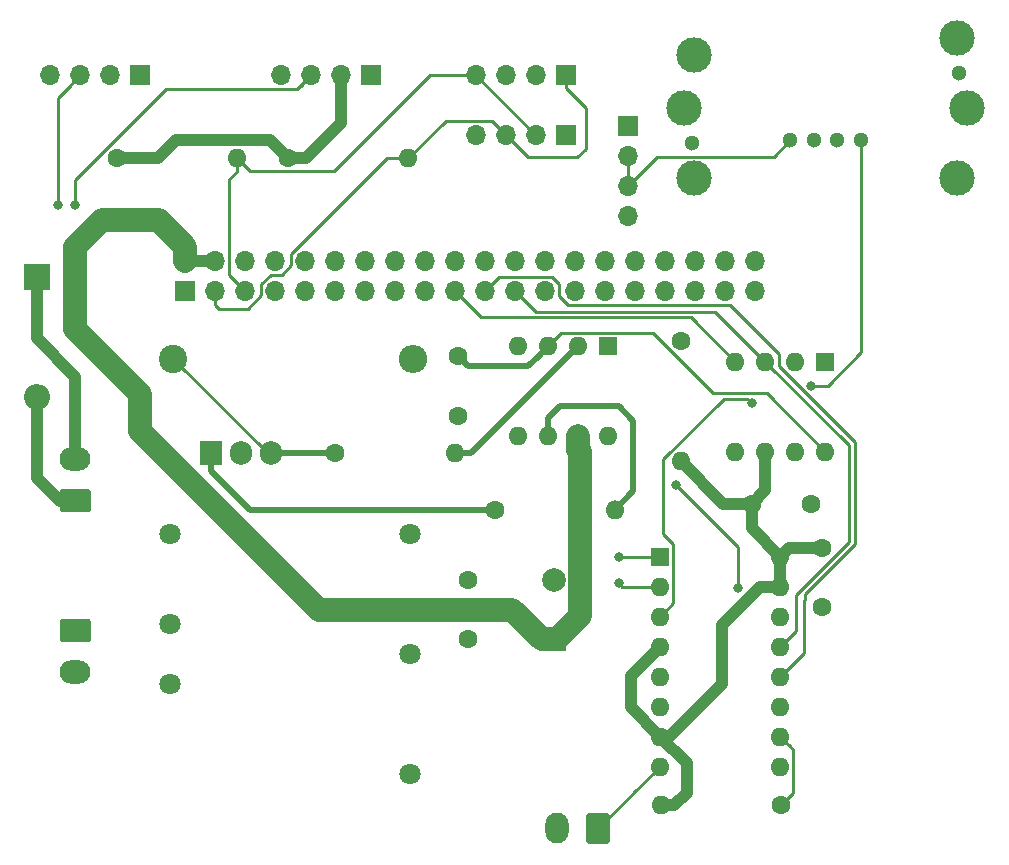
<source format=gbr>
G04 #@! TF.GenerationSoftware,KiCad,Pcbnew,(5.1.5-0-10_14)*
G04 #@! TF.CreationDate,2020-04-23T09:13:14+01:00*
G04 #@! TF.ProjectId,healthkeeper,6865616c-7468-46b6-9565-7065722e6b69,rev?*
G04 #@! TF.SameCoordinates,Original*
G04 #@! TF.FileFunction,Copper,L1,Top*
G04 #@! TF.FilePolarity,Positive*
%FSLAX46Y46*%
G04 Gerber Fmt 4.6, Leading zero omitted, Abs format (unit mm)*
G04 Created by KiCad (PCBNEW (5.1.5-0-10_14)) date 2020-04-23 09:13:14*
%MOMM*%
%LPD*%
G04 APERTURE LIST*
%ADD10O,1.700000X1.700000*%
%ADD11R,1.700000X1.700000*%
%ADD12O,1.600000X1.600000*%
%ADD13R,1.600000X1.600000*%
%ADD14C,3.000000*%
%ADD15C,1.300000*%
%ADD16C,1.800000*%
%ADD17C,1.600000*%
%ADD18O,2.400000X2.400000*%
%ADD19C,2.400000*%
%ADD20O,1.905000X2.000000*%
%ADD21R,1.905000X2.000000*%
%ADD22O,2.000000X2.600000*%
%ADD23C,0.100000*%
%ADD24O,2.600000X2.000000*%
%ADD25O,2.200000X2.200000*%
%ADD26R,2.200000X2.200000*%
%ADD27C,2.000000*%
%ADD28R,2.000000X2.000000*%
%ADD29C,0.800000*%
%ADD30C,1.000000*%
%ADD31C,2.000000*%
%ADD32C,0.250000*%
%ADD33C,0.500000*%
G04 APERTURE END LIST*
D10*
X117365859Y-74202587D03*
X114825859Y-76742587D03*
X130065859Y-76742587D03*
X130065859Y-74202587D03*
X114825859Y-74202587D03*
X117365859Y-76742587D03*
X112285859Y-74202587D03*
D11*
X112285859Y-76742587D03*
D10*
X140225859Y-76742587D03*
X140225859Y-74202587D03*
X124985859Y-76742587D03*
X124985859Y-74202587D03*
X145305859Y-76742587D03*
X145305859Y-74202587D03*
X127525859Y-76742587D03*
X127525859Y-74202587D03*
X122445859Y-76742587D03*
X122445859Y-74202587D03*
X135145859Y-76742587D03*
X135145859Y-74202587D03*
X158005859Y-76742587D03*
X158005859Y-74202587D03*
X152925859Y-76742587D03*
X152925859Y-74202587D03*
X155465859Y-76742587D03*
X155465859Y-74202587D03*
X132605859Y-76742587D03*
X132605859Y-74202587D03*
X150385859Y-76742587D03*
X150385859Y-74202587D03*
X119905859Y-76742587D03*
X119905859Y-74202587D03*
X147845859Y-76742587D03*
X147845859Y-74202587D03*
X137685859Y-76742587D03*
X137685859Y-74202587D03*
X142765859Y-76742587D03*
X142765859Y-74202587D03*
X160545859Y-76742587D03*
X160545859Y-74202587D03*
X136920000Y-58500000D03*
X139460000Y-58500000D03*
X142000000Y-58500000D03*
D11*
X144540000Y-58500000D03*
D10*
X100880000Y-58500000D03*
X103420000Y-58500000D03*
X105960000Y-58500000D03*
D11*
X108500000Y-58500000D03*
D10*
X136880000Y-63500000D03*
X139420000Y-63500000D03*
X141960000Y-63500000D03*
D11*
X144500000Y-63500000D03*
D12*
X162660000Y-99250000D03*
X152500000Y-117030000D03*
X162660000Y-101790000D03*
X152500000Y-114490000D03*
X162660000Y-104330000D03*
X152500000Y-111950000D03*
X162660000Y-106870000D03*
X152500000Y-109410000D03*
X162660000Y-109410000D03*
X152500000Y-106870000D03*
X162660000Y-111950000D03*
X152500000Y-104330000D03*
X162660000Y-114490000D03*
X152500000Y-101790000D03*
X162660000Y-117030000D03*
D13*
X152500000Y-99250000D03*
D14*
X178500000Y-61250000D03*
X154500000Y-61250000D03*
X177600000Y-55300000D03*
X155400000Y-56800000D03*
X177600000Y-67200000D03*
X155400000Y-67200000D03*
D15*
X177800000Y-58250000D03*
X155200000Y-64250000D03*
X169500000Y-64000000D03*
X167500000Y-64000000D03*
X165500000Y-64000000D03*
X163500000Y-64000000D03*
D10*
X120380000Y-58500000D03*
X122920000Y-58500000D03*
X125460000Y-58500000D03*
D11*
X128000000Y-58500000D03*
D16*
X111000000Y-97305500D03*
X131320000Y-97305500D03*
X131320000Y-107465500D03*
X131320000Y-117625500D03*
X111000000Y-104925500D03*
X111000000Y-110005500D03*
D12*
X148094700Y-89039700D03*
X140474700Y-81419700D03*
X145554700Y-89039700D03*
X143014700Y-81419700D03*
X143014700Y-89039700D03*
X145554700Y-81419700D03*
X140474700Y-89039700D03*
D13*
X148094700Y-81419700D03*
D12*
X166500000Y-90370000D03*
X158880000Y-82750000D03*
X163960000Y-90370000D03*
X161420000Y-82750000D03*
X161420000Y-90370000D03*
X163960000Y-82750000D03*
X158880000Y-90370000D03*
D13*
X166500000Y-82750000D03*
D12*
X152590000Y-120250000D03*
D17*
X162750000Y-120250000D03*
D12*
X116660000Y-65500000D03*
D17*
X106500000Y-65500000D03*
D12*
X131160000Y-65500000D03*
D17*
X121000000Y-65500000D03*
D12*
X154250000Y-91160000D03*
D17*
X154250000Y-81000000D03*
D18*
X131594860Y-82500000D03*
D19*
X111274860Y-82500000D03*
D12*
X135160000Y-90500000D03*
D17*
X125000000Y-90500000D03*
D12*
X148660000Y-95250000D03*
D17*
X138500000Y-95250000D03*
D20*
X119580000Y-90500000D03*
X117040000Y-90500000D03*
D21*
X114500000Y-90500000D03*
D10*
X149750000Y-70370000D03*
X149750000Y-67830000D03*
X149750000Y-65290000D03*
D11*
X149750000Y-62750000D03*
D22*
X143750000Y-122250000D03*
G04 #@! TA.AperFunction,ComponentPad*
D23*
G36*
X148024504Y-120951204D02*
G01*
X148048773Y-120954804D01*
X148072571Y-120960765D01*
X148095671Y-120969030D01*
X148117849Y-120979520D01*
X148138893Y-120992133D01*
X148158598Y-121006747D01*
X148176777Y-121023223D01*
X148193253Y-121041402D01*
X148207867Y-121061107D01*
X148220480Y-121082151D01*
X148230970Y-121104329D01*
X148239235Y-121127429D01*
X148245196Y-121151227D01*
X148248796Y-121175496D01*
X148250000Y-121200000D01*
X148250000Y-123300000D01*
X148248796Y-123324504D01*
X148245196Y-123348773D01*
X148239235Y-123372571D01*
X148230970Y-123395671D01*
X148220480Y-123417849D01*
X148207867Y-123438893D01*
X148193253Y-123458598D01*
X148176777Y-123476777D01*
X148158598Y-123493253D01*
X148138893Y-123507867D01*
X148117849Y-123520480D01*
X148095671Y-123530970D01*
X148072571Y-123539235D01*
X148048773Y-123545196D01*
X148024504Y-123548796D01*
X148000000Y-123550000D01*
X146500000Y-123550000D01*
X146475496Y-123548796D01*
X146451227Y-123545196D01*
X146427429Y-123539235D01*
X146404329Y-123530970D01*
X146382151Y-123520480D01*
X146361107Y-123507867D01*
X146341402Y-123493253D01*
X146323223Y-123476777D01*
X146306747Y-123458598D01*
X146292133Y-123438893D01*
X146279520Y-123417849D01*
X146269030Y-123395671D01*
X146260765Y-123372571D01*
X146254804Y-123348773D01*
X146251204Y-123324504D01*
X146250000Y-123300000D01*
X146250000Y-121200000D01*
X146251204Y-121175496D01*
X146254804Y-121151227D01*
X146260765Y-121127429D01*
X146269030Y-121104329D01*
X146279520Y-121082151D01*
X146292133Y-121061107D01*
X146306747Y-121041402D01*
X146323223Y-121023223D01*
X146341402Y-121006747D01*
X146361107Y-120992133D01*
X146382151Y-120979520D01*
X146404329Y-120969030D01*
X146427429Y-120960765D01*
X146451227Y-120954804D01*
X146475496Y-120951204D01*
X146500000Y-120950000D01*
X148000000Y-120950000D01*
X148024504Y-120951204D01*
G37*
G04 #@! TD.AperFunction*
D24*
X103000000Y-91000000D03*
G04 #@! TA.AperFunction,ComponentPad*
D23*
G36*
X104074504Y-93501204D02*
G01*
X104098773Y-93504804D01*
X104122571Y-93510765D01*
X104145671Y-93519030D01*
X104167849Y-93529520D01*
X104188893Y-93542133D01*
X104208598Y-93556747D01*
X104226777Y-93573223D01*
X104243253Y-93591402D01*
X104257867Y-93611107D01*
X104270480Y-93632151D01*
X104280970Y-93654329D01*
X104289235Y-93677429D01*
X104295196Y-93701227D01*
X104298796Y-93725496D01*
X104300000Y-93750000D01*
X104300000Y-95250000D01*
X104298796Y-95274504D01*
X104295196Y-95298773D01*
X104289235Y-95322571D01*
X104280970Y-95345671D01*
X104270480Y-95367849D01*
X104257867Y-95388893D01*
X104243253Y-95408598D01*
X104226777Y-95426777D01*
X104208598Y-95443253D01*
X104188893Y-95457867D01*
X104167849Y-95470480D01*
X104145671Y-95480970D01*
X104122571Y-95489235D01*
X104098773Y-95495196D01*
X104074504Y-95498796D01*
X104050000Y-95500000D01*
X101950000Y-95500000D01*
X101925496Y-95498796D01*
X101901227Y-95495196D01*
X101877429Y-95489235D01*
X101854329Y-95480970D01*
X101832151Y-95470480D01*
X101811107Y-95457867D01*
X101791402Y-95443253D01*
X101773223Y-95426777D01*
X101756747Y-95408598D01*
X101742133Y-95388893D01*
X101729520Y-95367849D01*
X101719030Y-95345671D01*
X101710765Y-95322571D01*
X101704804Y-95298773D01*
X101701204Y-95274504D01*
X101700000Y-95250000D01*
X101700000Y-93750000D01*
X101701204Y-93725496D01*
X101704804Y-93701227D01*
X101710765Y-93677429D01*
X101719030Y-93654329D01*
X101729520Y-93632151D01*
X101742133Y-93611107D01*
X101756747Y-93591402D01*
X101773223Y-93573223D01*
X101791402Y-93556747D01*
X101811107Y-93542133D01*
X101832151Y-93529520D01*
X101854329Y-93519030D01*
X101877429Y-93510765D01*
X101901227Y-93504804D01*
X101925496Y-93501204D01*
X101950000Y-93500000D01*
X104050000Y-93500000D01*
X104074504Y-93501204D01*
G37*
G04 #@! TD.AperFunction*
D24*
X103000000Y-109000000D03*
G04 #@! TA.AperFunction,ComponentPad*
D23*
G36*
X104074504Y-104501204D02*
G01*
X104098773Y-104504804D01*
X104122571Y-104510765D01*
X104145671Y-104519030D01*
X104167849Y-104529520D01*
X104188893Y-104542133D01*
X104208598Y-104556747D01*
X104226777Y-104573223D01*
X104243253Y-104591402D01*
X104257867Y-104611107D01*
X104270480Y-104632151D01*
X104280970Y-104654329D01*
X104289235Y-104677429D01*
X104295196Y-104701227D01*
X104298796Y-104725496D01*
X104300000Y-104750000D01*
X104300000Y-106250000D01*
X104298796Y-106274504D01*
X104295196Y-106298773D01*
X104289235Y-106322571D01*
X104280970Y-106345671D01*
X104270480Y-106367849D01*
X104257867Y-106388893D01*
X104243253Y-106408598D01*
X104226777Y-106426777D01*
X104208598Y-106443253D01*
X104188893Y-106457867D01*
X104167849Y-106470480D01*
X104145671Y-106480970D01*
X104122571Y-106489235D01*
X104098773Y-106495196D01*
X104074504Y-106498796D01*
X104050000Y-106500000D01*
X101950000Y-106500000D01*
X101925496Y-106498796D01*
X101901227Y-106495196D01*
X101877429Y-106489235D01*
X101854329Y-106480970D01*
X101832151Y-106470480D01*
X101811107Y-106457867D01*
X101791402Y-106443253D01*
X101773223Y-106426777D01*
X101756747Y-106408598D01*
X101742133Y-106388893D01*
X101729520Y-106367849D01*
X101719030Y-106345671D01*
X101710765Y-106322571D01*
X101704804Y-106298773D01*
X101701204Y-106274504D01*
X101700000Y-106250000D01*
X101700000Y-104750000D01*
X101701204Y-104725496D01*
X101704804Y-104701227D01*
X101710765Y-104677429D01*
X101719030Y-104654329D01*
X101729520Y-104632151D01*
X101742133Y-104611107D01*
X101756747Y-104591402D01*
X101773223Y-104573223D01*
X101791402Y-104556747D01*
X101811107Y-104542133D01*
X101832151Y-104529520D01*
X101854329Y-104519030D01*
X101877429Y-104510765D01*
X101901227Y-104504804D01*
X101925496Y-104501204D01*
X101950000Y-104500000D01*
X104050000Y-104500000D01*
X104074504Y-104501204D01*
G37*
G04 #@! TD.AperFunction*
D25*
X99750000Y-85750000D03*
D26*
X99750000Y-75590000D03*
D17*
X165250000Y-94750000D03*
X160250000Y-94750000D03*
X166250000Y-103500000D03*
X166250000Y-98500000D03*
X135399780Y-87290920D03*
X135399780Y-82290920D03*
X136250000Y-106250000D03*
X136250000Y-101250000D03*
D27*
X143500000Y-101250000D03*
D28*
X143500000Y-106250000D03*
D29*
X159124999Y-101875001D03*
X153860001Y-93139999D03*
X165250000Y-84750000D03*
X160250000Y-86250000D03*
X149000000Y-101500000D03*
X101500000Y-69500000D03*
X149000000Y-99250000D03*
X103000000Y-69500000D03*
D30*
X112285859Y-74202587D02*
X114825859Y-74202587D01*
D31*
X143500000Y-106250000D02*
X143750000Y-106250000D01*
X145700001Y-90316371D02*
X145554700Y-90171070D01*
X145554700Y-90171070D02*
X145554700Y-89039700D01*
X145700001Y-104299999D02*
X145700001Y-90316371D01*
X143750000Y-106250000D02*
X145700001Y-104299999D01*
X143500000Y-106250000D02*
X142500000Y-106250000D01*
X112285859Y-74202587D02*
X112285859Y-73000506D01*
X110035353Y-70750000D02*
X105250000Y-70750000D01*
X103000000Y-80000000D02*
X108500000Y-85500000D01*
X112285859Y-73000506D02*
X110035353Y-70750000D01*
X103000000Y-73000000D02*
X103000000Y-80000000D01*
X140000000Y-103750000D02*
X123637498Y-103750000D01*
X142500000Y-106250000D02*
X140000000Y-103750000D01*
X108500000Y-85500000D02*
X108500000Y-88612502D01*
X108500000Y-88612502D02*
X123637498Y-103750000D01*
X105250000Y-70750000D02*
X103000000Y-73000000D01*
D32*
X161529991Y-85399991D02*
X166500000Y-90370000D01*
X156984989Y-85399991D02*
X161529991Y-85399991D01*
X151879697Y-80294699D02*
X156984989Y-85399991D01*
X144139701Y-80294699D02*
X151879697Y-80294699D01*
X143014700Y-81419700D02*
X144139701Y-80294699D01*
D33*
X142214701Y-82219699D02*
X143014700Y-81419700D01*
X141343481Y-83090919D02*
X142214701Y-82219699D01*
X136199779Y-83090919D02*
X141343481Y-83090919D01*
X135399780Y-82290920D02*
X136199779Y-83090919D01*
D30*
X106500000Y-65500000D02*
X110000000Y-65500000D01*
X119499999Y-63999999D02*
X121000000Y-65500000D01*
X111500001Y-63999999D02*
X119499999Y-63999999D01*
X110000000Y-65500000D02*
X111500001Y-63999999D01*
X121000000Y-65500000D02*
X122500000Y-65500000D01*
X122500000Y-65500000D02*
X125500000Y-62500000D01*
X125460000Y-62460000D02*
X125460000Y-58500000D01*
X125500000Y-62500000D02*
X125460000Y-62460000D01*
X161420000Y-93580000D02*
X160250000Y-94750000D01*
X161420000Y-90370000D02*
X161420000Y-93580000D01*
X157840000Y-94750000D02*
X154250000Y-91160000D01*
X160250000Y-94750000D02*
X157840000Y-94750000D01*
X160250000Y-96840000D02*
X162660000Y-99250000D01*
X160250000Y-94750000D02*
X160250000Y-96840000D01*
X163410000Y-98500000D02*
X162660000Y-99250000D01*
X166250000Y-98500000D02*
X163410000Y-98500000D01*
X162660000Y-99250000D02*
X162660000Y-101790000D01*
X153260000Y-114490000D02*
X152500000Y-114490000D01*
X157750000Y-110000000D02*
X153260000Y-114490000D01*
X157750000Y-105000000D02*
X157750000Y-110000000D01*
X160960000Y-101790000D02*
X157750000Y-105000000D01*
X162660000Y-101790000D02*
X160960000Y-101790000D01*
X152500000Y-106870000D02*
X150000000Y-109370000D01*
X150000000Y-111990000D02*
X152500000Y-114490000D01*
X150000000Y-109370000D02*
X150000000Y-111990000D01*
X153721370Y-120250000D02*
X154750000Y-119221370D01*
X152590000Y-120250000D02*
X153721370Y-120250000D01*
X154750000Y-119221370D02*
X154750000Y-116740000D01*
X154750000Y-116740000D02*
X152500000Y-114490000D01*
X101700000Y-94500000D02*
X103000000Y-94500000D01*
X99750000Y-92550000D02*
X101700000Y-94500000D01*
X99750000Y-85750000D02*
X99750000Y-92550000D01*
X103000000Y-91000000D02*
X103000000Y-84000000D01*
X99750000Y-80750000D02*
X99750000Y-75590000D01*
X103000000Y-84000000D02*
X99750000Y-80750000D01*
D32*
X144540000Y-59600000D02*
X146190000Y-61250000D01*
X144540000Y-58500000D02*
X144540000Y-59600000D01*
X146190000Y-61250000D02*
X146190000Y-64690000D01*
X146190000Y-64690000D02*
X145500000Y-65380000D01*
X141300000Y-65380000D02*
X139420000Y-63500000D01*
X145500000Y-65380000D02*
X141300000Y-65380000D01*
X138244999Y-62324999D02*
X139420000Y-63500000D01*
X134335001Y-62324999D02*
X138244999Y-62324999D01*
X131160000Y-65500000D02*
X134335001Y-62324999D01*
X114825859Y-77944668D02*
X115131191Y-78250000D01*
X114825859Y-76742587D02*
X114825859Y-77944668D01*
X129409444Y-65500000D02*
X131160000Y-65500000D01*
X121270858Y-74576590D02*
X121270858Y-73638586D01*
X120469860Y-75377588D02*
X121270858Y-74576590D01*
X121270858Y-73638586D02*
X129409444Y-65500000D01*
X118730858Y-76178586D02*
X119531856Y-75377588D01*
X118730858Y-77116590D02*
X118730858Y-76178586D01*
X119531856Y-75377588D02*
X120469860Y-75377588D01*
X117597448Y-78250000D02*
X118730858Y-77116590D01*
X115131191Y-78250000D02*
X117597448Y-78250000D01*
X141920000Y-63500000D02*
X141960000Y-63500000D01*
X136920000Y-58500000D02*
X141920000Y-63500000D01*
X116000860Y-75377588D02*
X117365859Y-76742587D01*
X116000860Y-67290510D02*
X116000860Y-75377588D01*
X116660000Y-66631370D02*
X116000860Y-67290510D01*
X116660000Y-65500000D02*
X116660000Y-66631370D01*
X117785001Y-66625001D02*
X124874999Y-66625001D01*
X116660000Y-65500000D02*
X117785001Y-66625001D01*
X133000000Y-58500000D02*
X136920000Y-58500000D01*
X124874999Y-66625001D02*
X133000000Y-58500000D01*
X141983272Y-78500000D02*
X157170000Y-78500000D01*
X157170000Y-78500000D02*
X161420000Y-82750000D01*
X140225859Y-76742587D02*
X141983272Y-78500000D01*
X164000000Y-105530000D02*
X164000000Y-102500000D01*
X162660000Y-106870000D02*
X164000000Y-105530000D01*
X168500000Y-98000000D02*
X168500000Y-89750000D01*
X168500000Y-89750000D02*
X161420000Y-82750000D01*
X164000000Y-102500000D02*
X168500000Y-98000000D01*
X158880000Y-82750000D02*
X155080010Y-78950010D01*
X137353282Y-78950010D02*
X135145859Y-76742587D01*
X155080010Y-78950010D02*
X137353282Y-78950010D01*
X159124999Y-98404997D02*
X153860001Y-93139999D01*
X159124999Y-101875001D02*
X159124999Y-98404997D01*
X162660000Y-109410000D02*
X164693205Y-107376795D01*
X164750000Y-102886410D02*
X164750000Y-102386410D01*
X164693205Y-102943205D02*
X164750000Y-102886410D01*
X164693205Y-107376795D02*
X164693205Y-102943205D01*
X164750000Y-102386410D02*
X169000000Y-98136410D01*
X162545001Y-83118003D02*
X162545001Y-82045001D01*
X169000000Y-89573002D02*
X162545001Y-83118003D01*
X169000000Y-98136410D02*
X169000000Y-89573002D01*
X138860860Y-75567586D02*
X137685859Y-76742587D01*
X143329860Y-75567586D02*
X138860860Y-75567586D01*
X143940860Y-76178586D02*
X143329860Y-75567586D01*
X143940860Y-77190860D02*
X143940860Y-76178586D01*
X144667588Y-77917588D02*
X143940860Y-77190860D01*
X158417588Y-77917588D02*
X144667588Y-77917588D01*
X162545001Y-82045001D02*
X158417588Y-77917588D01*
X163459999Y-115289999D02*
X162660000Y-114490000D01*
X163785001Y-115615001D02*
X163459999Y-115289999D01*
X163785001Y-119214999D02*
X163785001Y-115615001D01*
X162750000Y-120250000D02*
X163785001Y-119214999D01*
X150250000Y-119280000D02*
X152500000Y-117030000D01*
X152500000Y-117030000D02*
X147280000Y-122250000D01*
X147280000Y-122250000D02*
X147250000Y-122250000D01*
X152205001Y-65374999D02*
X149750000Y-67830000D01*
X162125001Y-65374999D02*
X152205001Y-65374999D01*
X163500000Y-64000000D02*
X162125001Y-65374999D01*
X149750000Y-65290000D02*
X149750000Y-67830000D01*
X119274860Y-90500000D02*
X119580000Y-90500000D01*
X111274860Y-82500000D02*
X119274860Y-90500000D01*
X119580000Y-90500000D02*
X123500000Y-90500000D01*
D33*
X119580000Y-90500000D02*
X125000000Y-90500000D01*
X114500000Y-90500000D02*
X114500000Y-90547500D01*
X117750000Y-95250000D02*
X138500000Y-95250000D01*
X114500000Y-92000000D02*
X117750000Y-95250000D01*
X114500000Y-90500000D02*
X114500000Y-92000000D01*
X148660000Y-94685000D02*
X148660000Y-95250000D01*
X143014700Y-89039700D02*
X143014700Y-87485300D01*
X143014700Y-87485300D02*
X144000000Y-86500000D01*
X144000000Y-86500000D02*
X149000000Y-86500000D01*
X149000000Y-86500000D02*
X150250000Y-87750000D01*
X150250000Y-93660000D02*
X148660000Y-95250000D01*
X150250000Y-87750000D02*
X150250000Y-93660000D01*
X136474400Y-90500000D02*
X145554700Y-81419700D01*
X135160000Y-90500000D02*
X136474400Y-90500000D01*
D32*
X166685002Y-84750000D02*
X165250000Y-84750000D01*
X169500000Y-81935002D02*
X166685002Y-84750000D01*
X169500000Y-64000000D02*
X169500000Y-81935002D01*
X153625001Y-103204999D02*
X152500000Y-104330000D01*
X153625001Y-98189999D02*
X153625001Y-103204999D01*
X152750000Y-97314998D02*
X153625001Y-98189999D01*
X152750000Y-90994998D02*
X152750000Y-97314998D01*
X157894997Y-85850001D02*
X152750000Y-90994998D01*
X159850001Y-85850001D02*
X157894997Y-85850001D01*
X160250000Y-86250000D02*
X159850001Y-85850001D01*
X152500000Y-101790000D02*
X149290000Y-101790000D01*
X149290000Y-101790000D02*
X149000000Y-101500000D01*
X102474981Y-59445019D02*
X103420000Y-58500000D01*
X102474981Y-59445019D02*
X102570001Y-59349999D01*
X101500000Y-60420000D02*
X102474981Y-59445019D01*
X101500000Y-69500000D02*
X101500000Y-60420000D01*
X152500000Y-99835002D02*
X152500000Y-99250000D01*
X152500000Y-99250000D02*
X149000000Y-99250000D01*
X121744999Y-59675001D02*
X122920000Y-58500000D01*
X110659997Y-59675001D02*
X121744999Y-59675001D01*
X122070001Y-59349999D02*
X122920000Y-58500000D01*
X152500000Y-99250000D02*
X151450000Y-99250000D01*
X103000000Y-67334998D02*
X110659997Y-59675001D01*
X103000000Y-69500000D02*
X103000000Y-67334998D01*
M02*

</source>
